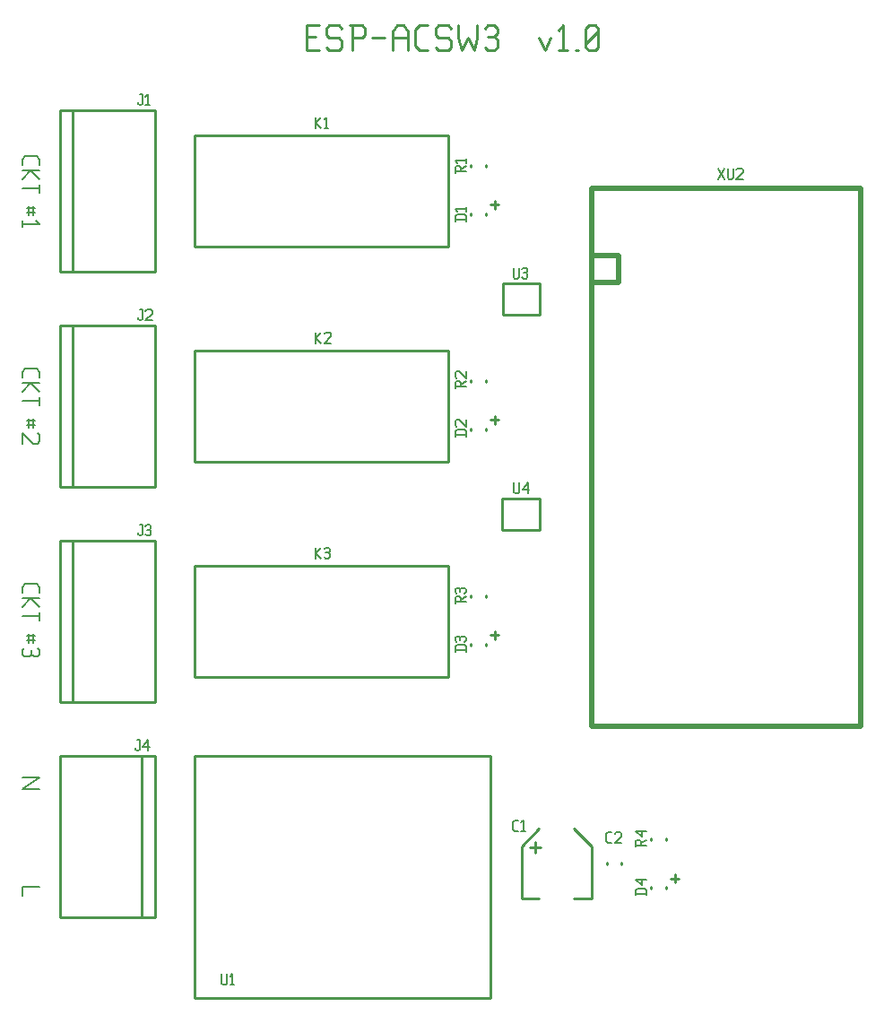
<source format=gbr>
G04 start of page 8 for group -4079 idx -4079 *
G04 Title: (unknown), topsilk *
G04 Creator: pcb 4.0.2 *
G04 CreationDate: Thu Dec 31 16:53:57 2020 UTC *
G04 For: petersen *
G04 Format: Gerber/RS-274X *
G04 PCB-Dimensions (mil): 3250.00 3900.00 *
G04 PCB-Coordinate-Origin: lower left *
%MOIN*%
%FSLAX25Y25*%
%LNTOPSILK*%
%ADD65C,0.0200*%
%ADD64C,0.0093*%
%ADD63C,0.0080*%
%ADD62C,0.0100*%
G54D62*X178500Y148000D02*Y145000D01*
X177000Y146500D02*X180000D01*
X245500Y57500D02*Y54500D01*
X178500Y228000D02*Y225000D01*
X177000Y226500D02*X180000D01*
X178500Y308000D02*Y305000D01*
X177000Y306500D02*X180000D01*
X244000Y56000D02*X247000D01*
G54D63*X2850Y323359D02*Y321240D01*
X3991Y324500D02*X2850Y323359D01*
X3991Y324500D02*X8229D01*
X9370Y323359D01*
Y321240D01*
X2850Y319284D02*X9370D01*
X6110D02*X9370Y316024D01*
X6110Y319284D02*X2850Y316024D01*
X9370Y314068D02*Y310808D01*
X2850Y312438D02*X9370D01*
X5295Y305918D02*Y302658D01*
X6925Y305918D02*Y302658D01*
X4480Y303473D02*X7740D01*
X4480Y305103D02*X7740D01*
X8066Y300702D02*X9370Y299398D01*
X2850D02*X9370D01*
X2850Y300702D02*Y298257D01*
Y244359D02*Y242240D01*
X3991Y245500D02*X2850Y244359D01*
X3991Y245500D02*X8229D01*
X9370Y244359D01*
Y242240D01*
X2850Y240284D02*X9370D01*
X6110D02*X9370Y237024D01*
X6110Y240284D02*X2850Y237024D01*
X9370Y235068D02*Y231808D01*
X2850Y233438D02*X9370D01*
X5295Y226918D02*Y223658D01*
X6925Y226918D02*Y223658D01*
X4480Y224473D02*X7740D01*
X4480Y226103D02*X7740D01*
X8555Y221702D02*X9370Y220887D01*
Y218442D01*
X8555Y217627D01*
X6925D02*X8555D01*
X2850Y221702D02*X6925Y217627D01*
X2850Y221702D02*Y217627D01*
Y164359D02*Y162240D01*
X3991Y165500D02*X2850Y164359D01*
X3991Y165500D02*X8229D01*
X9370Y164359D01*
Y162240D01*
X2850Y160284D02*X9370D01*
X6110D02*X9370Y157024D01*
X6110Y160284D02*X2850Y157024D01*
X9370Y155068D02*Y151808D01*
X2850Y153438D02*X9370D01*
X5295Y146918D02*Y143658D01*
X6925Y146918D02*Y143658D01*
X4480Y144473D02*X7740D01*
X4480Y146103D02*X7740D01*
X8555Y141702D02*X9370Y140887D01*
Y139257D01*
X8555Y138442D01*
X2850Y139257D02*X3665Y138442D01*
X2850Y140887D02*Y139257D01*
X3665Y141702D02*X2850Y140887D01*
X6436D02*Y139257D01*
X7251Y138442D02*X8555D01*
X3665D02*X5621D01*
X6436Y139257D01*
X7251Y138442D02*X6436Y139257D01*
X2850Y93500D02*X9370D01*
X2850Y89425D01*
X9370D01*
X2850Y53000D02*X9370D01*
X2850D02*Y49740D01*
G54D64*X108500Y369004D02*X111980D01*
X108500Y363900D02*X113140D01*
X108500Y373180D02*Y363900D01*
Y373180D02*X113140D01*
X120564D02*X121724Y372020D01*
X117084Y373180D02*X120564D01*
X115924Y372020D02*X117084Y373180D01*
X115924Y372020D02*Y369700D01*
X117084Y368540D01*
X120564D01*
X121724Y367380D01*
Y365060D01*
X120564Y363900D02*X121724Y365060D01*
X117084Y363900D02*X120564D01*
X115924Y365060D02*X117084Y363900D01*
X125668Y373180D02*Y363900D01*
X124508Y373180D02*X129148D01*
X130308Y372020D01*
Y369700D01*
X129148Y368540D02*X130308Y369700D01*
X125668Y368540D02*X129148D01*
X133092D02*X137732D01*
X140516Y370860D02*Y363900D01*
Y370860D02*X142140Y373180D01*
X144692D01*
X146316Y370860D01*
Y363900D01*
X140516Y368540D02*X146316D01*
X150724Y363900D02*X153740D01*
X149100Y365524D02*X150724Y363900D01*
X149100Y371556D02*Y365524D01*
Y371556D02*X150724Y373180D01*
X153740D01*
X161164D02*X162324Y372020D01*
X157684Y373180D02*X161164D01*
X156524Y372020D02*X157684Y373180D01*
X156524Y372020D02*Y369700D01*
X157684Y368540D01*
X161164D01*
X162324Y367380D01*
Y365060D01*
X161164Y363900D02*X162324Y365060D01*
X157684Y363900D02*X161164D01*
X156524Y365060D02*X157684Y363900D01*
X165108Y373180D02*Y368540D01*
X166268Y363900D01*
X168588Y368540D01*
X170908Y363900D01*
X172068Y368540D01*
Y373180D02*Y368540D01*
X174852Y372020D02*X176012Y373180D01*
X178332D01*
X179492Y372020D01*
X178332Y363900D02*X179492Y365060D01*
X176012Y363900D02*X178332D01*
X174852Y365060D02*X176012Y363900D01*
Y369004D02*X178332D01*
X179492Y372020D02*Y370164D01*
Y367844D02*Y365060D01*
Y367844D02*X178332Y369004D01*
X179492Y370164D02*X178332Y369004D01*
X194804Y368540D02*X197124Y363900D01*
X199444Y368540D02*X197124Y363900D01*
X202228Y371324D02*X204084Y373180D01*
Y363900D01*
X202228D02*X205708D01*
X208492D02*X209652D01*
X212436Y365060D02*X213596Y363900D01*
X212436Y372020D02*Y365060D01*
Y372020D02*X213596Y373180D01*
X215916D01*
X217076Y372020D01*
Y365060D01*
X215916Y363900D02*X217076Y365060D01*
X213596Y363900D02*X215916D01*
X212436Y366220D02*X217076Y370860D01*
G54D62*X161374Y332406D02*Y291067D01*
X66886D02*X161374D01*
X66886Y332406D02*Y291067D01*
Y332406D02*X161374D01*
X52200Y341500D02*Y281500D01*
X16800Y341500D02*Y281500D01*
X21700Y341500D02*Y281500D01*
X16800D02*X52200D01*
X16800Y341500D02*X52200D01*
Y261500D02*Y201500D01*
X16800Y261500D02*Y201500D01*
X21700Y261500D02*Y201500D01*
X16800D02*X52200D01*
X16800Y261500D02*X52200D01*
X236745Y52893D02*Y52107D01*
X242255Y52893D02*Y52107D01*
X236745Y70893D02*Y70107D01*
X242255Y70893D02*Y70107D01*
G54D65*X214500Y312500D02*Y112500D01*
Y312500D02*X314500D01*
Y112500D01*
X214500D02*X314500D01*
X224500Y287500D02*X214500D01*
Y277500D02*X224500D01*
Y287500D01*
G54D62*X169745Y143393D02*Y142607D01*
X175255Y143393D02*Y142607D01*
X169745Y161393D02*Y160607D01*
X175255Y161393D02*Y160607D01*
X181500Y265500D02*X195400D01*
Y277300D02*Y265500D01*
X181500Y277300D02*X195400D01*
X181500D02*Y265500D01*
X225755Y61893D02*Y61107D01*
X220245Y61893D02*Y61107D01*
X188508Y48508D02*X195004D01*
X207996D02*X214492D01*
Y67996D02*Y48508D01*
X188508Y67996D02*Y48508D01*
X214492Y67996D02*X207996Y74492D01*
X188508Y67996D02*X195004Y74492D01*
X191500Y67500D02*X195500D01*
X193500Y69500D02*Y65500D01*
X67000Y11500D02*X177000D01*
Y101500D01*
X67000D01*
Y11500D01*
X161374Y252406D02*Y211067D01*
X66886D02*X161374D01*
X66886Y252406D02*Y211067D01*
Y252406D02*X161374D01*
Y172406D02*Y131067D01*
X66886D02*X161374D01*
X66886Y172406D02*Y131067D01*
Y172406D02*X161374D01*
X52200Y181500D02*Y121500D01*
X16800Y181500D02*Y121500D01*
X21700Y181500D02*Y121500D01*
X16800D02*X52200D01*
X16800Y181500D02*X52200D01*
X16800Y101500D02*Y41500D01*
X52200Y101500D02*Y41500D01*
X47300Y101500D02*Y41500D01*
X16800Y101500D02*X52200D01*
X16800Y41500D02*X52200D01*
X181400Y197300D02*X195300D01*
X181400D02*Y185500D01*
X195300D01*
Y197300D02*Y185500D01*
X169745Y303393D02*Y302607D01*
X175255Y303393D02*Y302607D01*
X169745Y321393D02*Y320607D01*
X175255Y321393D02*Y320607D01*
X169745Y223393D02*Y222607D01*
X175255Y223393D02*Y222607D01*
X169745Y241393D02*Y240607D01*
X175255Y241393D02*Y240607D01*
G54D63*X112000Y339000D02*Y335000D01*
Y337000D02*X114000Y339000D01*
X112000Y337000D02*X114000Y335000D01*
X115200Y338200D02*X116000Y339000D01*
Y335000D01*
X115200D02*X116700D01*
X46700Y347500D02*X47500D01*
Y344000D01*
X47000Y343500D02*X47500Y344000D01*
X46500Y343500D02*X47000D01*
X46000Y344000D02*X46500Y343500D01*
X46000Y344500D02*Y344000D01*
X48700Y346700D02*X49500Y347500D01*
Y343500D01*
X48700D02*X50200D01*
X112000Y259000D02*Y255000D01*
Y257000D02*X114000Y259000D01*
X112000Y257000D02*X114000Y255000D01*
X115200Y258500D02*X115700Y259000D01*
X117200D01*
X117700Y258500D01*
Y257500D01*
X115200Y255000D02*X117700Y257500D01*
X115200Y255000D02*X117700D01*
X46700Y267500D02*X47500D01*
Y264000D01*
X47000Y263500D02*X47500Y264000D01*
X46500Y263500D02*X47000D01*
X46000Y264000D02*X46500Y263500D01*
X46000Y264500D02*Y264000D01*
X48700Y267000D02*X49200Y267500D01*
X50700D01*
X51200Y267000D01*
Y266000D01*
X48700Y263500D02*X51200Y266000D01*
X48700Y263500D02*X51200D01*
X45700Y107500D02*X46500D01*
Y104000D01*
X46000Y103500D02*X46500Y104000D01*
X45500Y103500D02*X46000D01*
X45000Y104000D02*X45500Y103500D01*
X45000Y104500D02*Y104000D01*
X47700Y105000D02*X49700Y107500D01*
X47700Y105000D02*X50200D01*
X49700Y107500D02*Y103500D01*
X220636Y69193D02*X221936D01*
X219936Y69893D02*X220636Y69193D01*
X219936Y72493D02*Y69893D01*
Y72493D02*X220636Y73193D01*
X221936D01*
X223136Y72693D02*X223636Y73193D01*
X225136D01*
X225636Y72693D01*
Y71693D01*
X223136Y69193D02*X225636Y71693D01*
X223136Y69193D02*X225636D01*
X185857Y73657D02*X187157D01*
X185157Y74357D02*X185857Y73657D01*
X185157Y76957D02*Y74357D01*
Y76957D02*X185857Y77657D01*
X187157D01*
X188357Y76857D02*X189157Y77657D01*
Y73657D01*
X188357D02*X189857D01*
X77000Y20500D02*Y17000D01*
X77500Y16500D01*
X78500D01*
X79000Y17000D01*
Y20500D02*Y17000D01*
X80200Y19700D02*X81000Y20500D01*
Y16500D01*
X80200D02*X81700D01*
X230850Y50350D02*X234850D01*
X230850Y51650D02*X231550Y52350D01*
X234150D01*
X234850Y51650D02*X234150Y52350D01*
X234850Y51650D02*Y49850D01*
X230850Y51650D02*Y49850D01*
X233350Y53550D02*X230850Y55550D01*
X233350Y56050D02*Y53550D01*
X230850Y55550D02*X234850D01*
X230850Y69850D02*Y67850D01*
Y69850D02*X231350Y70350D01*
X232350D01*
X232850Y69850D02*X232350Y70350D01*
X232850Y69850D02*Y68350D01*
X230850D02*X234850D01*
X232850Y69150D02*X234850Y70350D01*
X233350Y71550D02*X230850Y73550D01*
X233350Y74050D02*Y71550D01*
X230850Y73550D02*X234850D01*
X112000Y179000D02*Y175000D01*
Y177000D02*X114000Y179000D01*
X112000Y177000D02*X114000Y175000D01*
X115200Y178500D02*X115700Y179000D01*
X116700D01*
X117200Y178500D01*
X116700Y175000D02*X117200Y175500D01*
X115700Y175000D02*X116700D01*
X115200Y175500D02*X115700Y175000D01*
Y177200D02*X116700D01*
X117200Y178500D02*Y177700D01*
Y176700D02*Y175500D01*
Y176700D02*X116700Y177200D01*
X117200Y177700D02*X116700Y177200D01*
X46700Y187500D02*X47500D01*
Y184000D01*
X47000Y183500D02*X47500Y184000D01*
X46500Y183500D02*X47000D01*
X46000Y184000D02*X46500Y183500D01*
X46000Y184500D02*Y184000D01*
X48700Y187000D02*X49200Y187500D01*
X50200D01*
X50700Y187000D01*
X50200Y183500D02*X50700Y184000D01*
X49200Y183500D02*X50200D01*
X48700Y184000D02*X49200Y183500D01*
Y185700D02*X50200D01*
X50700Y187000D02*Y186200D01*
Y185200D02*Y184000D01*
Y185200D02*X50200Y185700D01*
X50700Y186200D02*X50200Y185700D01*
X163850Y140850D02*X167850D01*
X163850Y142150D02*X164550Y142850D01*
X167150D01*
X167850Y142150D02*X167150Y142850D01*
X167850Y142150D02*Y140350D01*
X163850Y142150D02*Y140350D01*
X164350Y144050D02*X163850Y144550D01*
Y145550D02*Y144550D01*
Y145550D02*X164350Y146050D01*
X167850Y145550D02*X167350Y146050D01*
X167850Y145550D02*Y144550D01*
X167350Y144050D02*X167850Y144550D01*
X165650Y145550D02*Y144550D01*
X164350Y146050D02*X165150D01*
X166150D02*X167350D01*
X166150D02*X165650Y145550D01*
X165150Y146050D02*X165650Y145550D01*
X163850Y160350D02*Y158350D01*
Y160350D02*X164350Y160850D01*
X165350D01*
X165850Y160350D02*X165350Y160850D01*
X165850Y160350D02*Y158850D01*
X163850D02*X167850D01*
X165850Y159650D02*X167850Y160850D01*
X164350Y162050D02*X163850Y162550D01*
Y163550D02*Y162550D01*
Y163550D02*X164350Y164050D01*
X167850Y163550D02*X167350Y164050D01*
X167850Y163550D02*Y162550D01*
X167350Y162050D02*X167850Y162550D01*
X165650Y163550D02*Y162550D01*
X164350Y164050D02*X165150D01*
X166150D02*X167350D01*
X166150D02*X165650Y163550D01*
X165150Y164050D02*X165650Y163550D01*
X185500Y283000D02*Y279500D01*
X186000Y279000D01*
X187000D01*
X187500Y279500D01*
Y283000D02*Y279500D01*
X188700Y282500D02*X189200Y283000D01*
X190200D01*
X190700Y282500D01*
X190200Y279000D02*X190700Y279500D01*
X189200Y279000D02*X190200D01*
X188700Y279500D02*X189200Y279000D01*
Y281200D02*X190200D01*
X190700Y282500D02*Y281700D01*
Y280700D02*Y279500D01*
Y280700D02*X190200Y281200D01*
X190700Y281700D02*X190200Y281200D01*
X261500Y316000D02*X264000Y320000D01*
X261500D02*X264000Y316000D01*
X265200Y320000D02*Y316500D01*
X265700Y316000D01*
X266700D01*
X267200Y316500D01*
Y320000D02*Y316500D01*
X268400Y319500D02*X268900Y320000D01*
X270400D01*
X270900Y319500D01*
Y318500D01*
X268400Y316000D02*X270900Y318500D01*
X268400Y316000D02*X270900D01*
X185700Y203200D02*Y199700D01*
X186200Y199200D01*
X187200D01*
X187700Y199700D01*
Y203200D02*Y199700D01*
X188900Y200700D02*X190900Y203200D01*
X188900Y200700D02*X191400D01*
X190900Y203200D02*Y199200D01*
X163850Y300850D02*X167850D01*
X163850Y302150D02*X164550Y302850D01*
X167150D01*
X167850Y302150D02*X167150Y302850D01*
X167850Y302150D02*Y300350D01*
X163850Y302150D02*Y300350D01*
X164650Y304050D02*X163850Y304850D01*
X167850D01*
Y305550D02*Y304050D01*
X163850Y320350D02*Y318350D01*
Y320350D02*X164350Y320850D01*
X165350D01*
X165850Y320350D02*X165350Y320850D01*
X165850Y320350D02*Y318850D01*
X163850D02*X167850D01*
X165850Y319650D02*X167850Y320850D01*
X164650Y322050D02*X163850Y322850D01*
X167850D01*
Y323550D02*Y322050D01*
X163850Y220850D02*X167850D01*
X163850Y222150D02*X164550Y222850D01*
X167150D01*
X167850Y222150D02*X167150Y222850D01*
X167850Y222150D02*Y220350D01*
X163850Y222150D02*Y220350D01*
X164350Y224050D02*X163850Y224550D01*
Y226050D02*Y224550D01*
Y226050D02*X164350Y226550D01*
X165350D01*
X167850Y224050D02*X165350Y226550D01*
X167850D02*Y224050D01*
X163850Y240350D02*Y238350D01*
Y240350D02*X164350Y240850D01*
X165350D01*
X165850Y240350D02*X165350Y240850D01*
X165850Y240350D02*Y238850D01*
X163850D02*X167850D01*
X165850Y239650D02*X167850Y240850D01*
X164350Y242050D02*X163850Y242550D01*
Y244050D02*Y242550D01*
Y244050D02*X164350Y244550D01*
X165350D01*
X167850Y242050D02*X165350Y244550D01*
X167850D02*Y242050D01*
M02*

</source>
